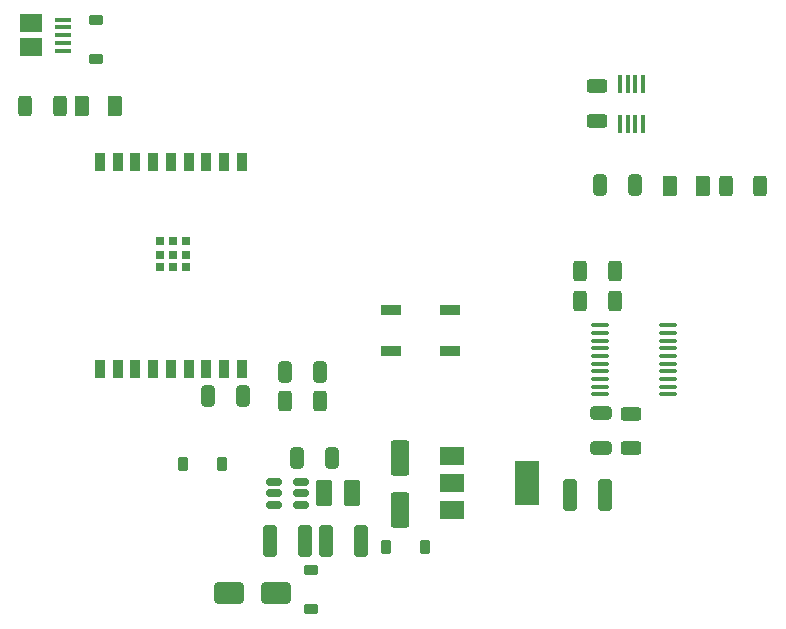
<source format=gbr>
%TF.GenerationSoftware,KiCad,Pcbnew,7.0.6*%
%TF.CreationDate,2024-01-13T17:51:29-05:00*%
%TF.ProjectId,Crystal Shield,43727973-7461-46c2-9053-6869656c642e,rev?*%
%TF.SameCoordinates,PX1312d00PY1312d00*%
%TF.FileFunction,Paste,Top*%
%TF.FilePolarity,Positive*%
%FSLAX46Y46*%
G04 Gerber Fmt 4.6, Leading zero omitted, Abs format (unit mm)*
G04 Created by KiCad (PCBNEW 7.0.6) date 2024-01-13 17:51:29*
%MOMM*%
%LPD*%
G01*
G04 APERTURE LIST*
G04 Aperture macros list*
%AMRoundRect*
0 Rectangle with rounded corners*
0 $1 Rounding radius*
0 $2 $3 $4 $5 $6 $7 $8 $9 X,Y pos of 4 corners*
0 Add a 4 corners polygon primitive as box body*
4,1,4,$2,$3,$4,$5,$6,$7,$8,$9,$2,$3,0*
0 Add four circle primitives for the rounded corners*
1,1,$1+$1,$2,$3*
1,1,$1+$1,$4,$5*
1,1,$1+$1,$6,$7*
1,1,$1+$1,$8,$9*
0 Add four rect primitives between the rounded corners*
20,1,$1+$1,$2,$3,$4,$5,0*
20,1,$1+$1,$4,$5,$6,$7,0*
20,1,$1+$1,$6,$7,$8,$9,0*
20,1,$1+$1,$8,$9,$2,$3,0*%
G04 Aperture macros list end*
%ADD10R,0.900000X1.500000*%
%ADD11R,0.800000X0.800000*%
%ADD12RoundRect,0.250001X-0.462499X-0.849999X0.462499X-0.849999X0.462499X0.849999X-0.462499X0.849999X0*%
%ADD13RoundRect,0.225000X0.225000X0.375000X-0.225000X0.375000X-0.225000X-0.375000X0.225000X-0.375000X0*%
%ADD14RoundRect,0.250000X0.325000X0.650000X-0.325000X0.650000X-0.325000X-0.650000X0.325000X-0.650000X0*%
%ADD15RoundRect,0.250000X-0.375000X-0.625000X0.375000X-0.625000X0.375000X0.625000X-0.375000X0.625000X0*%
%ADD16R,2.000000X1.500000*%
%ADD17R,2.000000X3.800000*%
%ADD18RoundRect,0.250000X-0.312500X-0.625000X0.312500X-0.625000X0.312500X0.625000X-0.312500X0.625000X0*%
%ADD19RoundRect,0.250000X-0.625000X0.312500X-0.625000X-0.312500X0.625000X-0.312500X0.625000X0.312500X0*%
%ADD20RoundRect,0.250000X0.325000X1.100000X-0.325000X1.100000X-0.325000X-1.100000X0.325000X-1.100000X0*%
%ADD21RoundRect,0.250000X-0.325000X-0.650000X0.325000X-0.650000X0.325000X0.650000X-0.325000X0.650000X0*%
%ADD22R,0.300000X1.600000*%
%ADD23RoundRect,0.225000X0.375000X-0.225000X0.375000X0.225000X-0.375000X0.225000X-0.375000X-0.225000X0*%
%ADD24R,1.350000X0.400000*%
%ADD25R,1.900000X1.500000*%
%ADD26RoundRect,0.250000X0.375000X0.625000X-0.375000X0.625000X-0.375000X-0.625000X0.375000X-0.625000X0*%
%ADD27R,1.700000X0.900000*%
%ADD28RoundRect,0.250000X-0.325000X-1.100000X0.325000X-1.100000X0.325000X1.100000X-0.325000X1.100000X0*%
%ADD29RoundRect,0.250000X1.000000X0.650000X-1.000000X0.650000X-1.000000X-0.650000X1.000000X-0.650000X0*%
%ADD30RoundRect,0.250000X0.312500X0.625000X-0.312500X0.625000X-0.312500X-0.625000X0.312500X-0.625000X0*%
%ADD31RoundRect,0.250000X0.550000X-1.250000X0.550000X1.250000X-0.550000X1.250000X-0.550000X-1.250000X0*%
%ADD32RoundRect,0.225000X-0.225000X-0.375000X0.225000X-0.375000X0.225000X0.375000X-0.225000X0.375000X0*%
%ADD33RoundRect,0.100000X-0.637500X-0.100000X0.637500X-0.100000X0.637500X0.100000X-0.637500X0.100000X0*%
%ADD34RoundRect,0.150000X-0.512500X-0.150000X0.512500X-0.150000X0.512500X0.150000X-0.512500X0.150000X0*%
%ADD35RoundRect,0.250000X-0.650000X0.325000X-0.650000X-0.325000X0.650000X-0.325000X0.650000X0.325000X0*%
%ADD36RoundRect,0.250000X0.625000X-0.312500X0.625000X0.312500X-0.625000X0.312500X-0.625000X-0.312500X0*%
%ADD37RoundRect,0.225000X-0.375000X0.225000X-0.375000X-0.225000X0.375000X-0.225000X0.375000X0.225000X0*%
G04 APERTURE END LIST*
D10*
%TO.C,U3*%
X7350000Y-32750000D03*
X8850000Y-32750000D03*
X10350000Y-32750000D03*
X11850000Y-32750000D03*
X13350000Y-32750000D03*
X14850000Y-32750000D03*
X16350000Y-32750000D03*
X17850000Y-32750000D03*
X19350000Y-32750000D03*
X19350000Y-15250000D03*
X17850000Y-15250000D03*
X16350000Y-15250000D03*
X14850000Y-15250000D03*
X13350000Y-15250000D03*
X11850000Y-15250000D03*
X10350000Y-15250000D03*
X8850000Y-15250000D03*
X7350000Y-15250000D03*
D11*
X12450000Y-24140000D03*
X13550000Y-24140000D03*
X14650000Y-24140000D03*
X12450000Y-23090000D03*
X13550000Y-23090000D03*
X14650000Y-23090000D03*
X12450000Y-21940000D03*
X13550000Y-21940000D03*
X14650000Y-21940000D03*
%TD*%
D12*
%TO.C,L1*%
X26337500Y-43290000D03*
X28662500Y-43290000D03*
%TD*%
D13*
%TO.C,D3*%
X17650000Y-40790000D03*
X14350000Y-40790000D03*
%TD*%
D14*
%TO.C,C11*%
X19475000Y-35000000D03*
X16525000Y-35000000D03*
%TD*%
D15*
%TO.C,D2*%
X5850000Y-10490000D03*
X8650000Y-10490000D03*
%TD*%
D16*
%TO.C,U2*%
X37200000Y-40090000D03*
X37200000Y-42390000D03*
D17*
X43500000Y-42390000D03*
D16*
X37200000Y-44690000D03*
%TD*%
D18*
%TO.C,R3*%
X48037500Y-24500000D03*
X50962500Y-24500000D03*
%TD*%
D19*
%TO.C,R6*%
X52300000Y-36527500D03*
X52300000Y-39452500D03*
%TD*%
D20*
%TO.C,C4*%
X29475000Y-47290000D03*
X26525000Y-47290000D03*
%TD*%
D21*
%TO.C,C3*%
X24025000Y-40290000D03*
X26975000Y-40290000D03*
%TD*%
D22*
%TO.C,U4*%
X53325000Y-8590000D03*
X52675000Y-8590000D03*
X52025000Y-8590000D03*
X51375000Y-8590000D03*
X51375000Y-11990000D03*
X52025000Y-11990000D03*
X52675000Y-11990000D03*
X53325000Y-11990000D03*
%TD*%
D23*
%TO.C,D6*%
X7000000Y-6500000D03*
X7000000Y-3200000D03*
%TD*%
D24*
%TO.C,J1*%
X4250000Y-3190000D03*
X4250000Y-3840000D03*
X4250000Y-4490000D03*
X4250000Y-5140000D03*
X4250000Y-5790000D03*
D25*
X1550000Y-3490000D03*
X1550000Y-5490000D03*
%TD*%
D26*
%TO.C,D9*%
X58400000Y-17250000D03*
X55600000Y-17250000D03*
%TD*%
D27*
%TO.C,BOOT1*%
X37000000Y-31200000D03*
X37000000Y-27800000D03*
%TD*%
D18*
%TO.C,R17*%
X60350000Y-17250000D03*
X63275000Y-17250000D03*
%TD*%
D28*
%TO.C,C5*%
X47175000Y-43390000D03*
X50125000Y-43390000D03*
%TD*%
D27*
%TO.C,RESET1*%
X32000000Y-31200000D03*
X32000000Y-27800000D03*
%TD*%
D29*
%TO.C,D1*%
X22250000Y-51750000D03*
X18250000Y-51750000D03*
%TD*%
D18*
%TO.C,R1*%
X48037500Y-27000000D03*
X50962500Y-27000000D03*
%TD*%
D30*
%TO.C,R2*%
X25962500Y-35500000D03*
X23037500Y-35500000D03*
%TD*%
D21*
%TO.C,C6*%
X49675000Y-17190000D03*
X52625000Y-17190000D03*
%TD*%
D14*
%TO.C,C10*%
X25975000Y-33000000D03*
X23025000Y-33000000D03*
%TD*%
D31*
%TO.C,C2*%
X32750000Y-44690000D03*
X32750000Y-40290000D03*
%TD*%
D32*
%TO.C,D5*%
X31600000Y-47790000D03*
X34900000Y-47790000D03*
%TD*%
D33*
%TO.C,U5*%
X49687500Y-29065000D03*
X49687500Y-29715000D03*
X49687500Y-30365000D03*
X49687500Y-31015000D03*
X49687500Y-31665000D03*
X49687500Y-32315000D03*
X49687500Y-32965000D03*
X49687500Y-33615000D03*
X49687500Y-34265000D03*
X49687500Y-34915000D03*
X55412500Y-34915000D03*
X55412500Y-34265000D03*
X55412500Y-33615000D03*
X55412500Y-32965000D03*
X55412500Y-32315000D03*
X55412500Y-31665000D03*
X55412500Y-31015000D03*
X55412500Y-30365000D03*
X55412500Y-29715000D03*
X55412500Y-29065000D03*
%TD*%
D34*
%TO.C,U1*%
X22112500Y-42340000D03*
X22112500Y-43290000D03*
X22112500Y-44240000D03*
X24387500Y-44240000D03*
X24387500Y-43290000D03*
X24387500Y-42340000D03*
%TD*%
D28*
%TO.C,C1*%
X21775000Y-47290000D03*
X24725000Y-47290000D03*
%TD*%
D35*
%TO.C,C7*%
X49800000Y-36515000D03*
X49800000Y-39465000D03*
%TD*%
D18*
%TO.C,R4*%
X1037500Y-10490000D03*
X3962500Y-10490000D03*
%TD*%
D36*
%TO.C,R5*%
X49450000Y-11752500D03*
X49450000Y-8827500D03*
%TD*%
D37*
%TO.C,D4*%
X25250000Y-49750000D03*
X25250000Y-53050000D03*
%TD*%
M02*

</source>
